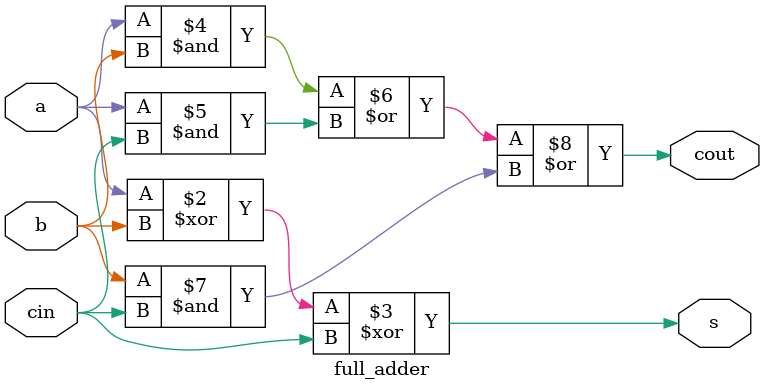
<source format=v>
`timescale 1ns / 1ps

module full_adder(a, b, cin, s, cout);
input a, b, cin;
output reg s, cout;

always@(a, b, cin)
begin
s = a ^ b ^ cin;
cout = (a & b) | (a & cin) | (b & cin);
end
endmodule

</source>
